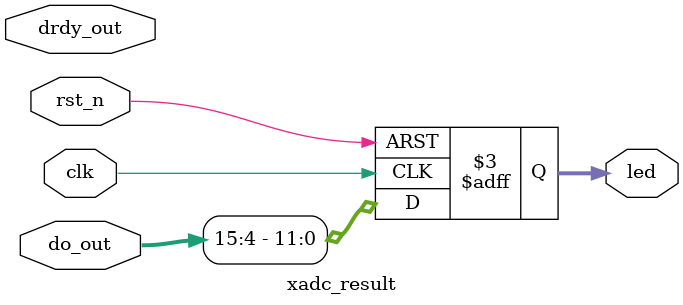
<source format=v>
`timescale 1ns / 1ps


module xadc_result(
    input clk,
    input rst_n,
    
    input [15:0]do_out,
    input drdy_out,
    
    output reg [11:0]led
    );
    
    always@(posedge clk or negedge rst_n)
    begin
        if(rst_n==0)
        begin
            led<=12'b0;
        end
        else
        begin
            led<= do_out[15:4];
        end
    end
    
endmodule

</source>
